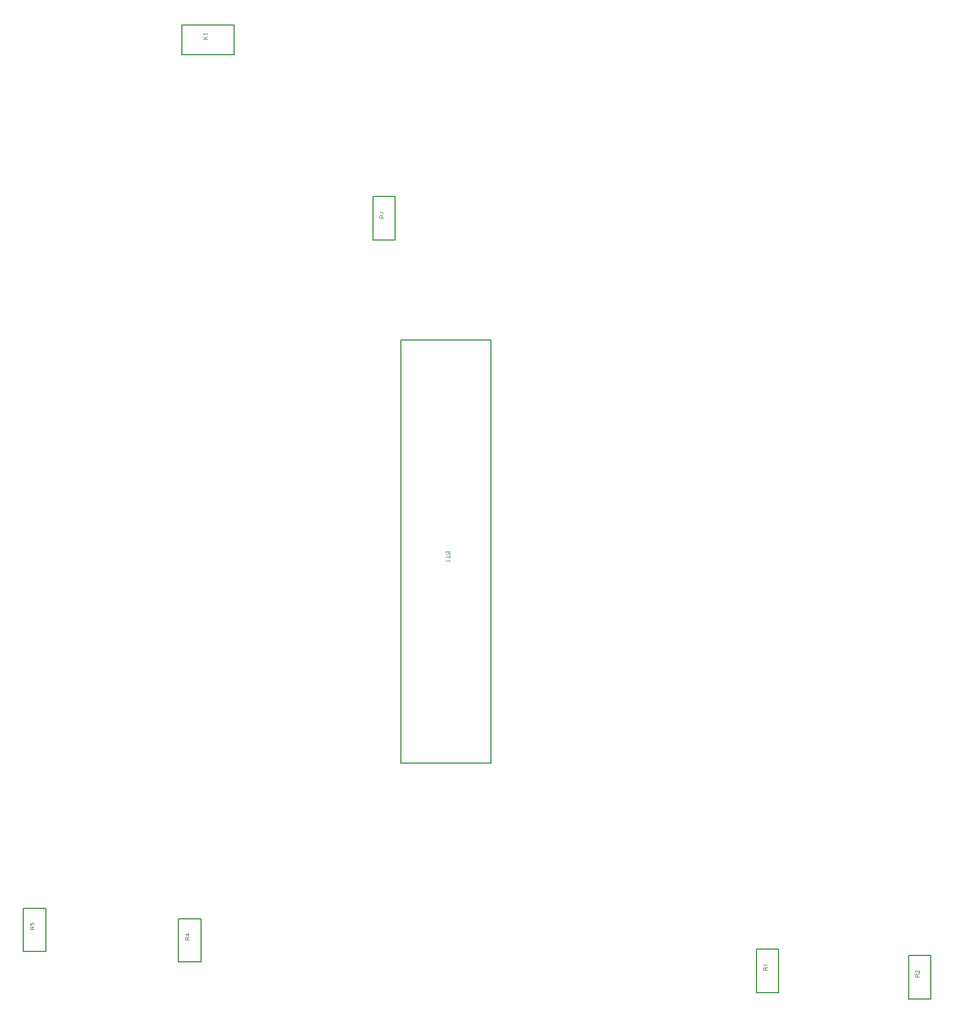
<source format=gbr>
%TF.GenerationSoftware,Altium Limited,Altium Designer,19.0.15 (446)*%
G04 Layer_Color=8388736*
%FSLAX26Y26*%
%MOIN*%
%TF.FileFunction,Other,Mechanical_10*%
%TF.Part,Single*%
G01*
G75*
%TA.AperFunction,NonConductor*%
%ADD50C,0.007874*%
G36*
X5016024Y317651D02*
X4996332D01*
X4996368Y317614D01*
X4996514Y317432D01*
X4996732Y317214D01*
X4996987Y316850D01*
X4997314Y316450D01*
X4997678Y315940D01*
X4998079Y315358D01*
X4998479Y314702D01*
Y314666D01*
X4998516Y314630D01*
X4998661Y314411D01*
X4998843Y314047D01*
X4999062Y313610D01*
X4999316Y313101D01*
X4999571Y312555D01*
X4999826Y312009D01*
X5000044Y311463D01*
X4997060D01*
Y311499D01*
X4996987Y311572D01*
X4996950Y311718D01*
X4996841Y311900D01*
X4996732Y312118D01*
X4996586Y312373D01*
X4996222Y312992D01*
X4995822Y313720D01*
X4995312Y314448D01*
X4994730Y315212D01*
X4994111Y315976D01*
X4994075Y316013D01*
X4994038Y316049D01*
X4993929Y316158D01*
X4993820Y316304D01*
X4993456Y316632D01*
X4993019Y317068D01*
X4992510Y317505D01*
X4991927Y317978D01*
X4991345Y318379D01*
X4990726Y318743D01*
Y320745D01*
X5016024D01*
Y317651D01*
D02*
G37*
G36*
Y302982D02*
X5010782Y299669D01*
X5010746D01*
X5010673Y299596D01*
X5010564Y299524D01*
X5010418Y299414D01*
X5010018Y299160D01*
X5009508Y298832D01*
X5008962Y298432D01*
X5008380Y298031D01*
X5007834Y297631D01*
X5007324Y297267D01*
X5007288Y297230D01*
X5007142Y297121D01*
X5006924Y296939D01*
X5006669Y296684D01*
X5006123Y296138D01*
X5005868Y295847D01*
X5005650Y295556D01*
X5005614Y295520D01*
X5005577Y295447D01*
X5005504Y295301D01*
X5005395Y295083D01*
X5005286Y294864D01*
X5005177Y294610D01*
X5004995Y294027D01*
Y293991D01*
X5004958Y293918D01*
Y293772D01*
X5004922Y293590D01*
X5004886Y293336D01*
Y293044D01*
X5004849Y292644D01*
Y288349D01*
X5016024D01*
Y285000D01*
X4990835D01*
Y296684D01*
X4990872Y296976D01*
Y297303D01*
X4990908Y298068D01*
X4991017Y298868D01*
X4991126Y299742D01*
X4991308Y300543D01*
X4991418Y300943D01*
X4991527Y301271D01*
Y301307D01*
X4991563Y301344D01*
X4991672Y301562D01*
X4991818Y301890D01*
X4992073Y302290D01*
X4992400Y302727D01*
X4992837Y303200D01*
X4993347Y303637D01*
X4993929Y304074D01*
X4993966D01*
X4994002Y304110D01*
X4994220Y304256D01*
X4994584Y304401D01*
X4995058Y304620D01*
X4995604Y304802D01*
X4996259Y304984D01*
X4996950Y305093D01*
X4997715Y305129D01*
X4997751D01*
X4997824D01*
X4997970D01*
X4998152Y305093D01*
X4998406D01*
X4998661Y305056D01*
X4999280Y304911D01*
X5000008Y304692D01*
X5000772Y304401D01*
X5001537Y303964D01*
X5001901Y303673D01*
X5002265Y303382D01*
X5002301Y303346D01*
X5002338Y303309D01*
X5002447Y303200D01*
X5002556Y303054D01*
X5002702Y302872D01*
X5002847Y302654D01*
X5003029Y302363D01*
X5003248Y302072D01*
X5003430Y301708D01*
X5003612Y301307D01*
X5003830Y300870D01*
X5004012Y300397D01*
X5004158Y299851D01*
X5004340Y299305D01*
X5004449Y298686D01*
X5004558Y298031D01*
X5004594Y298104D01*
X5004667Y298250D01*
X5004813Y298468D01*
X5004958Y298759D01*
X5005359Y299414D01*
X5005614Y299742D01*
X5005832Y300033D01*
X5005905Y300106D01*
X5006087Y300288D01*
X5006378Y300579D01*
X5006742Y300943D01*
X5007252Y301344D01*
X5007798Y301817D01*
X5008453Y302290D01*
X5009181Y302800D01*
X5016024Y307131D01*
Y302982D01*
D02*
G37*
G36*
X5888252Y271140D02*
X5888216D01*
X5888070D01*
X5887852D01*
X5887561Y271176D01*
X5887233Y271213D01*
X5886869Y271286D01*
X5886505Y271358D01*
X5886105Y271504D01*
X5886068D01*
X5886032Y271540D01*
X5885814Y271613D01*
X5885486Y271759D01*
X5885049Y271977D01*
X5884539Y272268D01*
X5883957Y272632D01*
X5883375Y273033D01*
X5882756Y273542D01*
X5882720D01*
X5882683Y273615D01*
X5882465Y273797D01*
X5882137Y274125D01*
X5881664Y274598D01*
X5881118Y275144D01*
X5880463Y275836D01*
X5879735Y276673D01*
X5878970Y277583D01*
X5878934Y277619D01*
X5878825Y277765D01*
X5878643Y277983D01*
X5878424Y278238D01*
X5878133Y278566D01*
X5877806Y278966D01*
X5877441Y279366D01*
X5877041Y279840D01*
X5876167Y280750D01*
X5875294Y281660D01*
X5874857Y282096D01*
X5874420Y282497D01*
X5874020Y282861D01*
X5873619Y283152D01*
X5873583D01*
X5873547Y283225D01*
X5873438Y283298D01*
X5873292Y283370D01*
X5872891Y283625D01*
X5872418Y283916D01*
X5871836Y284171D01*
X5871217Y284426D01*
X5870525Y284572D01*
X5869870Y284644D01*
X5869834D01*
X5869797D01*
X5869579Y284608D01*
X5869215Y284572D01*
X5868815Y284462D01*
X5868305Y284317D01*
X5867796Y284062D01*
X5867286Y283734D01*
X5866776Y283298D01*
X5866703Y283225D01*
X5866558Y283043D01*
X5866376Y282788D01*
X5866121Y282388D01*
X5865903Y281878D01*
X5865684Y281296D01*
X5865539Y280604D01*
X5865502Y279840D01*
Y279621D01*
X5865539Y279476D01*
X5865575Y279039D01*
X5865684Y278529D01*
X5865830Y277983D01*
X5866085Y277364D01*
X5866412Y276782D01*
X5866849Y276236D01*
X5866922Y276163D01*
X5867104Y276018D01*
X5867395Y275799D01*
X5867832Y275581D01*
X5868342Y275326D01*
X5868997Y275108D01*
X5869725Y274962D01*
X5870562Y274889D01*
X5870234Y271722D01*
X5870198D01*
X5870089Y271759D01*
X5869907D01*
X5869652Y271795D01*
X5869361Y271868D01*
X5869033Y271941D01*
X5868633Y272050D01*
X5868232Y272159D01*
X5867359Y272450D01*
X5866485Y272887D01*
X5866048Y273142D01*
X5865611Y273470D01*
X5865211Y273797D01*
X5864847Y274161D01*
X5864811Y274198D01*
X5864774Y274270D01*
X5864665Y274380D01*
X5864556Y274562D01*
X5864410Y274780D01*
X5864265Y275035D01*
X5864083Y275326D01*
X5863901Y275690D01*
X5863719Y276090D01*
X5863537Y276527D01*
X5863391Y277000D01*
X5863245Y277510D01*
X5863136Y278056D01*
X5863027Y278638D01*
X5862991Y279257D01*
X5862954Y279912D01*
Y280276D01*
X5862991Y280531D01*
X5863027Y280822D01*
X5863064Y281186D01*
X5863136Y281587D01*
X5863209Y281987D01*
X5863464Y282934D01*
X5863828Y283880D01*
X5864046Y284353D01*
X5864301Y284826D01*
X5864629Y285263D01*
X5864993Y285664D01*
X5865029Y285700D01*
X5865065Y285773D01*
X5865211Y285846D01*
X5865357Y285991D01*
X5865539Y286173D01*
X5865793Y286355D01*
X5866048Y286537D01*
X5866376Y286756D01*
X5867068Y287120D01*
X5867941Y287484D01*
X5868378Y287629D01*
X5868887Y287702D01*
X5869397Y287775D01*
X5869943Y287811D01*
X5870016D01*
X5870198D01*
X5870489Y287775D01*
X5870890Y287738D01*
X5871326Y287666D01*
X5871836Y287520D01*
X5872382Y287374D01*
X5872928Y287156D01*
X5873001Y287120D01*
X5873183Y287047D01*
X5873474Y286901D01*
X5873874Y286683D01*
X5874311Y286392D01*
X5874857Y286028D01*
X5875403Y285591D01*
X5876022Y285081D01*
X5876095Y285008D01*
X5876313Y284826D01*
X5876495Y284644D01*
X5876677Y284462D01*
X5876895Y284244D01*
X5877187Y283953D01*
X5877478Y283662D01*
X5877806Y283298D01*
X5878169Y282934D01*
X5878570Y282497D01*
X5878970Y282024D01*
X5879444Y281514D01*
X5879917Y280932D01*
X5880426Y280349D01*
X5880463Y280313D01*
X5880535Y280240D01*
X5880645Y280094D01*
X5880790Y279912D01*
X5881009Y279694D01*
X5881227Y279439D01*
X5881700Y278857D01*
X5882246Y278238D01*
X5882792Y277656D01*
X5883266Y277146D01*
X5883448Y276928D01*
X5883630Y276746D01*
X5883666Y276709D01*
X5883775Y276600D01*
X5883921Y276454D01*
X5884139Y276272D01*
X5884394Y276090D01*
X5884649Y275872D01*
X5885267Y275435D01*
Y287848D01*
X5888252D01*
Y271140D01*
D02*
G37*
G36*
Y265462D02*
X5883011Y262149D01*
X5882974D01*
X5882901Y262076D01*
X5882792Y262004D01*
X5882647Y261894D01*
X5882246Y261640D01*
X5881737Y261312D01*
X5881191Y260912D01*
X5880608Y260511D01*
X5880062Y260111D01*
X5879553Y259747D01*
X5879516Y259710D01*
X5879371Y259601D01*
X5879152Y259419D01*
X5878898Y259164D01*
X5878351Y258618D01*
X5878097Y258327D01*
X5877878Y258036D01*
X5877842Y258000D01*
X5877806Y257927D01*
X5877733Y257781D01*
X5877623Y257563D01*
X5877514Y257344D01*
X5877405Y257090D01*
X5877223Y256507D01*
Y256471D01*
X5877187Y256398D01*
Y256252D01*
X5877150Y256070D01*
X5877114Y255816D01*
Y255524D01*
X5877078Y255124D01*
Y250829D01*
X5888252D01*
Y247480D01*
X5863064D01*
Y259164D01*
X5863100Y259456D01*
Y259783D01*
X5863136Y260548D01*
X5863245Y261348D01*
X5863355Y262222D01*
X5863537Y263023D01*
X5863646Y263423D01*
X5863755Y263751D01*
Y263787D01*
X5863792Y263824D01*
X5863901Y264042D01*
X5864046Y264370D01*
X5864301Y264770D01*
X5864629Y265207D01*
X5865065Y265680D01*
X5865575Y266117D01*
X5866158Y266554D01*
X5866194D01*
X5866230Y266590D01*
X5866449Y266736D01*
X5866813Y266881D01*
X5867286Y267100D01*
X5867832Y267282D01*
X5868487Y267464D01*
X5869179Y267573D01*
X5869943Y267609D01*
X5869980D01*
X5870052D01*
X5870198D01*
X5870380Y267573D01*
X5870635D01*
X5870890Y267536D01*
X5871508Y267391D01*
X5872236Y267172D01*
X5873001Y266881D01*
X5873765Y266444D01*
X5874129Y266153D01*
X5874493Y265862D01*
X5874529Y265826D01*
X5874566Y265789D01*
X5874675Y265680D01*
X5874784Y265534D01*
X5874930Y265352D01*
X5875075Y265134D01*
X5875257Y264843D01*
X5875476Y264552D01*
X5875658Y264188D01*
X5875840Y263787D01*
X5876058Y263350D01*
X5876240Y262877D01*
X5876386Y262331D01*
X5876568Y261785D01*
X5876677Y261166D01*
X5876786Y260511D01*
X5876823Y260584D01*
X5876895Y260730D01*
X5877041Y260948D01*
X5877187Y261239D01*
X5877587Y261894D01*
X5877842Y262222D01*
X5878060Y262513D01*
X5878133Y262586D01*
X5878315Y262768D01*
X5878606Y263059D01*
X5878970Y263423D01*
X5879480Y263824D01*
X5880026Y264297D01*
X5880681Y264770D01*
X5881409Y265280D01*
X5888252Y269611D01*
Y265462D01*
D02*
G37*
G36*
X1693958Y497092D02*
X1700000D01*
Y493998D01*
X1693958D01*
Y483041D01*
X1691118D01*
X1674811Y494580D01*
Y497092D01*
X1691118D01*
Y500513D01*
X1693958D01*
Y497092D01*
D02*
G37*
G36*
X1700000Y477982D02*
X1694758Y474669D01*
X1694722D01*
X1694649Y474596D01*
X1694540Y474524D01*
X1694394Y474414D01*
X1693994Y474160D01*
X1693484Y473832D01*
X1692938Y473432D01*
X1692356Y473031D01*
X1691810Y472631D01*
X1691300Y472267D01*
X1691264Y472230D01*
X1691118Y472121D01*
X1690900Y471939D01*
X1690645Y471684D01*
X1690099Y471138D01*
X1689844Y470847D01*
X1689626Y470556D01*
X1689590Y470520D01*
X1689553Y470447D01*
X1689480Y470301D01*
X1689371Y470083D01*
X1689262Y469864D01*
X1689153Y469610D01*
X1688971Y469027D01*
Y468991D01*
X1688934Y468918D01*
Y468772D01*
X1688898Y468590D01*
X1688862Y468336D01*
Y468044D01*
X1688825Y467644D01*
Y463349D01*
X1700000D01*
Y460000D01*
X1674811D01*
Y471684D01*
X1674848Y471976D01*
Y472303D01*
X1674884Y473068D01*
X1674993Y473868D01*
X1675102Y474742D01*
X1675284Y475543D01*
X1675394Y475943D01*
X1675503Y476271D01*
Y476307D01*
X1675539Y476344D01*
X1675648Y476562D01*
X1675794Y476890D01*
X1676049Y477290D01*
X1676376Y477727D01*
X1676813Y478200D01*
X1677323Y478637D01*
X1677905Y479074D01*
X1677942D01*
X1677978Y479110D01*
X1678196Y479256D01*
X1678560Y479401D01*
X1679034Y479620D01*
X1679580Y479802D01*
X1680235Y479984D01*
X1680926Y480093D01*
X1681691Y480129D01*
X1681727D01*
X1681800D01*
X1681946D01*
X1682128Y480093D01*
X1682382D01*
X1682637Y480056D01*
X1683256Y479911D01*
X1683984Y479692D01*
X1684748Y479401D01*
X1685513Y478964D01*
X1685877Y478673D01*
X1686241Y478382D01*
X1686277Y478346D01*
X1686314Y478309D01*
X1686423Y478200D01*
X1686532Y478054D01*
X1686678Y477872D01*
X1686823Y477654D01*
X1687005Y477363D01*
X1687224Y477072D01*
X1687406Y476708D01*
X1687588Y476307D01*
X1687806Y475870D01*
X1687988Y475397D01*
X1688134Y474851D01*
X1688316Y474305D01*
X1688425Y473686D01*
X1688534Y473031D01*
X1688570Y473104D01*
X1688643Y473250D01*
X1688789Y473468D01*
X1688934Y473759D01*
X1689335Y474414D01*
X1689590Y474742D01*
X1689808Y475033D01*
X1689881Y475106D01*
X1690063Y475288D01*
X1690354Y475579D01*
X1690718Y475943D01*
X1691228Y476344D01*
X1691774Y476817D01*
X1692429Y477290D01*
X1693157Y477800D01*
X1700000Y482131D01*
Y477982D01*
D02*
G37*
G36*
X802065Y560768D02*
X802356Y560732D01*
X802684Y560695D01*
X803084Y560622D01*
X803484Y560550D01*
X804431Y560331D01*
X805414Y559967D01*
X805923Y559749D01*
X806396Y559458D01*
X806906Y559166D01*
X807379Y558802D01*
X807416Y558766D01*
X807525Y558693D01*
X807670Y558548D01*
X807852Y558366D01*
X808071Y558111D01*
X808362Y557820D01*
X808617Y557456D01*
X808908Y557055D01*
X809199Y556618D01*
X809454Y556109D01*
X809709Y555563D01*
X809964Y554980D01*
X810146Y554362D01*
X810291Y553670D01*
X810400Y552942D01*
X810437Y552178D01*
Y551850D01*
X810400Y551595D01*
X810364Y551304D01*
X810328Y550976D01*
X810291Y550576D01*
X810182Y550176D01*
X809964Y549266D01*
X809636Y548356D01*
X809418Y547882D01*
X809163Y547409D01*
X808872Y546972D01*
X808544Y546536D01*
X808508Y546499D01*
X808471Y546426D01*
X808326Y546354D01*
X808180Y546208D01*
X807998Y546026D01*
X807780Y545844D01*
X807488Y545626D01*
X807161Y545444D01*
X806833Y545225D01*
X806433Y545007D01*
X805559Y544606D01*
X804540Y544279D01*
X803994Y544170D01*
X803412Y544097D01*
X803157Y547336D01*
X803193D01*
X803266D01*
X803375Y547373D01*
X803557Y547409D01*
X803958Y547518D01*
X804504Y547664D01*
X805050Y547882D01*
X805668Y548174D01*
X806214Y548538D01*
X806724Y548974D01*
X806760Y549047D01*
X806906Y549193D01*
X807088Y549484D01*
X807306Y549884D01*
X807525Y550321D01*
X807707Y550867D01*
X807852Y551486D01*
X807889Y552178D01*
Y552396D01*
X807852Y552542D01*
X807816Y552978D01*
X807670Y553488D01*
X807488Y554107D01*
X807197Y554726D01*
X806760Y555381D01*
X806506Y555672D01*
X806214Y555963D01*
X806178Y556000D01*
X806142Y556036D01*
X806032Y556109D01*
X805923Y556218D01*
X805523Y556473D01*
X805013Y556764D01*
X804394Y557019D01*
X803630Y557274D01*
X802720Y557456D01*
X802247Y557528D01*
X801737D01*
X801701D01*
X801628D01*
X801482D01*
X801300Y557492D01*
X801082D01*
X800827Y557456D01*
X800245Y557346D01*
X799553Y557164D01*
X798862Y556910D01*
X798206Y556546D01*
X797588Y556036D01*
X797551D01*
X797515Y555963D01*
X797333Y555781D01*
X797078Y555454D01*
X796787Y555017D01*
X796532Y554434D01*
X796277Y553779D01*
X796095Y553015D01*
X796022Y552578D01*
Y551886D01*
X796059Y551595D01*
X796095Y551231D01*
X796204Y550794D01*
X796314Y550358D01*
X796496Y549884D01*
X796714Y549411D01*
X796750Y549375D01*
X796823Y549229D01*
X797005Y549011D01*
X797187Y548720D01*
X797442Y548428D01*
X797770Y548137D01*
X798097Y547810D01*
X798498Y547555D01*
X798097Y544643D01*
X785139Y547082D01*
Y559603D01*
X788087D01*
Y549520D01*
X794894Y548174D01*
X794858Y548210D01*
X794821Y548283D01*
X794748Y548392D01*
X794639Y548574D01*
X794530Y548792D01*
X794384Y549047D01*
X794093Y549630D01*
X793802Y550358D01*
X793547Y551158D01*
X793365Y552032D01*
X793292Y552469D01*
Y553270D01*
X793329Y553488D01*
X793365Y553779D01*
X793402Y554107D01*
X793474Y554471D01*
X793584Y554871D01*
X793838Y555745D01*
X794020Y556218D01*
X794275Y556691D01*
X794530Y557164D01*
X794821Y557638D01*
X795185Y558074D01*
X795586Y558511D01*
X795622Y558548D01*
X795695Y558620D01*
X795804Y558730D01*
X795986Y558875D01*
X796241Y559057D01*
X796496Y559239D01*
X796823Y559458D01*
X797187Y559676D01*
X797588Y559858D01*
X798024Y560076D01*
X798534Y560258D01*
X799044Y560440D01*
X799590Y560586D01*
X800208Y560695D01*
X800827Y560768D01*
X801482Y560804D01*
X801519D01*
X801628D01*
X801810D01*
X802065Y560768D01*
D02*
G37*
G36*
X810000Y537982D02*
X804758Y534669D01*
X804722D01*
X804649Y534596D01*
X804540Y534524D01*
X804394Y534414D01*
X803994Y534160D01*
X803484Y533832D01*
X802938Y533432D01*
X802356Y533031D01*
X801810Y532631D01*
X801300Y532267D01*
X801264Y532230D01*
X801118Y532121D01*
X800900Y531939D01*
X800645Y531684D01*
X800099Y531138D01*
X799844Y530847D01*
X799626Y530556D01*
X799590Y530520D01*
X799553Y530447D01*
X799480Y530301D01*
X799371Y530083D01*
X799262Y529864D01*
X799153Y529610D01*
X798971Y529027D01*
Y528991D01*
X798934Y528918D01*
Y528772D01*
X798898Y528590D01*
X798862Y528336D01*
Y528044D01*
X798825Y527644D01*
Y523349D01*
X810000D01*
Y520000D01*
X784811D01*
Y531684D01*
X784848Y531976D01*
Y532303D01*
X784884Y533068D01*
X784993Y533868D01*
X785102Y534742D01*
X785284Y535543D01*
X785394Y535943D01*
X785503Y536271D01*
Y536307D01*
X785539Y536344D01*
X785648Y536562D01*
X785794Y536890D01*
X786049Y537290D01*
X786376Y537727D01*
X786813Y538200D01*
X787323Y538637D01*
X787905Y539074D01*
X787942D01*
X787978Y539110D01*
X788196Y539256D01*
X788560Y539401D01*
X789034Y539620D01*
X789580Y539802D01*
X790235Y539984D01*
X790926Y540093D01*
X791691Y540129D01*
X791727D01*
X791800D01*
X791946D01*
X792128Y540093D01*
X792382D01*
X792637Y540056D01*
X793256Y539911D01*
X793984Y539692D01*
X794748Y539401D01*
X795513Y538964D01*
X795877Y538673D01*
X796241Y538382D01*
X796277Y538346D01*
X796314Y538309D01*
X796423Y538200D01*
X796532Y538054D01*
X796678Y537872D01*
X796823Y537654D01*
X797005Y537363D01*
X797224Y537072D01*
X797406Y536708D01*
X797588Y536307D01*
X797806Y535870D01*
X797988Y535397D01*
X798134Y534851D01*
X798316Y534305D01*
X798425Y533686D01*
X798534Y533031D01*
X798570Y533104D01*
X798643Y533250D01*
X798789Y533468D01*
X798934Y533759D01*
X799335Y534414D01*
X799590Y534742D01*
X799808Y535033D01*
X799881Y535106D01*
X800063Y535288D01*
X800354Y535579D01*
X800718Y535943D01*
X801228Y536344D01*
X801774Y536817D01*
X802429Y537290D01*
X803157Y537800D01*
X810000Y542131D01*
Y537982D01*
D02*
G37*
G36*
X2792614Y4640586D02*
X2792687Y4640513D01*
X2792832Y4640368D01*
X2793051Y4640222D01*
X2793306Y4640004D01*
X2793597Y4639712D01*
X2793961Y4639421D01*
X2794398Y4639094D01*
X2794834Y4638766D01*
X2795344Y4638366D01*
X2795926Y4637965D01*
X2796509Y4637565D01*
X2797164Y4637128D01*
X2797856Y4636691D01*
X2798620Y4636254D01*
X2799384Y4635818D01*
X2799421Y4635781D01*
X2799566Y4635708D01*
X2799785Y4635599D01*
X2800112Y4635417D01*
X2800513Y4635235D01*
X2800950Y4635017D01*
X2801459Y4634762D01*
X2802042Y4634507D01*
X2802697Y4634216D01*
X2803352Y4633888D01*
X2804080Y4633597D01*
X2804844Y4633306D01*
X2806410Y4632724D01*
X2808084Y4632178D01*
X2808120D01*
X2808230Y4632141D01*
X2808412Y4632105D01*
X2808630Y4632032D01*
X2808921Y4631959D01*
X2809285Y4631886D01*
X2809686Y4631777D01*
X2810122Y4631704D01*
X2810632Y4631595D01*
X2811178Y4631486D01*
X2812343Y4631304D01*
X2813617Y4631122D01*
X2815000Y4631013D01*
Y4627846D01*
X2814964D01*
X2814854D01*
X2814709D01*
X2814490Y4627882D01*
X2814199D01*
X2813835Y4627919D01*
X2813435Y4627955D01*
X2812998Y4627992D01*
X2812488Y4628064D01*
X2811979Y4628137D01*
X2811360Y4628246D01*
X2810741Y4628356D01*
X2810086Y4628465D01*
X2809358Y4628610D01*
X2807866Y4628974D01*
X2807829D01*
X2807684Y4629011D01*
X2807465Y4629084D01*
X2807138Y4629193D01*
X2806774Y4629302D01*
X2806337Y4629448D01*
X2805827Y4629593D01*
X2805281Y4629812D01*
X2804662Y4630030D01*
X2804044Y4630248D01*
X2802660Y4630794D01*
X2801204Y4631450D01*
X2799748Y4632178D01*
X2799712Y4632214D01*
X2799566Y4632287D01*
X2799384Y4632396D01*
X2799093Y4632542D01*
X2798766Y4632724D01*
X2798365Y4632978D01*
X2797928Y4633233D01*
X2797455Y4633524D01*
X2796400Y4634216D01*
X2795308Y4634944D01*
X2794179Y4635781D01*
X2793124Y4636655D01*
Y4624315D01*
X2790139D01*
Y4640622D01*
X2792578D01*
X2792614Y4640586D01*
D02*
G37*
G36*
X2815000Y4617982D02*
X2809758Y4614669D01*
X2809722D01*
X2809649Y4614596D01*
X2809540Y4614524D01*
X2809394Y4614414D01*
X2808994Y4614160D01*
X2808484Y4613832D01*
X2807938Y4613432D01*
X2807356Y4613031D01*
X2806810Y4612631D01*
X2806300Y4612267D01*
X2806264Y4612230D01*
X2806118Y4612121D01*
X2805900Y4611939D01*
X2805645Y4611684D01*
X2805099Y4611138D01*
X2804844Y4610847D01*
X2804626Y4610556D01*
X2804590Y4610520D01*
X2804553Y4610447D01*
X2804480Y4610301D01*
X2804371Y4610083D01*
X2804262Y4609864D01*
X2804153Y4609610D01*
X2803971Y4609027D01*
Y4608991D01*
X2803934Y4608918D01*
Y4608772D01*
X2803898Y4608590D01*
X2803862Y4608336D01*
Y4608044D01*
X2803825Y4607644D01*
Y4603349D01*
X2815000D01*
Y4600000D01*
X2789811D01*
Y4611684D01*
X2789848Y4611976D01*
Y4612303D01*
X2789884Y4613068D01*
X2789993Y4613868D01*
X2790102Y4614742D01*
X2790284Y4615543D01*
X2790394Y4615943D01*
X2790503Y4616271D01*
Y4616307D01*
X2790539Y4616344D01*
X2790648Y4616562D01*
X2790794Y4616890D01*
X2791049Y4617290D01*
X2791376Y4617727D01*
X2791813Y4618200D01*
X2792323Y4618637D01*
X2792905Y4619074D01*
X2792942D01*
X2792978Y4619110D01*
X2793196Y4619256D01*
X2793560Y4619401D01*
X2794034Y4619620D01*
X2794580Y4619802D01*
X2795235Y4619984D01*
X2795926Y4620093D01*
X2796691Y4620129D01*
X2796727D01*
X2796800D01*
X2796946D01*
X2797128Y4620093D01*
X2797382D01*
X2797637Y4620056D01*
X2798256Y4619911D01*
X2798984Y4619692D01*
X2799748Y4619401D01*
X2800513Y4618964D01*
X2800877Y4618673D01*
X2801241Y4618382D01*
X2801277Y4618346D01*
X2801314Y4618309D01*
X2801423Y4618200D01*
X2801532Y4618054D01*
X2801678Y4617872D01*
X2801823Y4617654D01*
X2802005Y4617363D01*
X2802224Y4617072D01*
X2802406Y4616708D01*
X2802588Y4616307D01*
X2802806Y4615870D01*
X2802988Y4615397D01*
X2803134Y4614851D01*
X2803316Y4614305D01*
X2803425Y4613686D01*
X2803534Y4613031D01*
X2803570Y4613104D01*
X2803643Y4613250D01*
X2803789Y4613468D01*
X2803934Y4613759D01*
X2804335Y4614414D01*
X2804590Y4614742D01*
X2804808Y4615033D01*
X2804881Y4615106D01*
X2805063Y4615288D01*
X2805354Y4615579D01*
X2805718Y4615943D01*
X2806228Y4616344D01*
X2806774Y4616817D01*
X2807429Y4617290D01*
X2808157Y4617800D01*
X2815000Y4622131D01*
Y4617982D01*
D02*
G37*
G36*
X3195189Y2680099D02*
X3195152Y2679844D01*
Y2679553D01*
X3195080Y2678898D01*
X3195007Y2678170D01*
X3194861Y2677406D01*
X3194679Y2676641D01*
X3194424Y2675950D01*
Y2675913D01*
X3194388Y2675877D01*
X3194279Y2675658D01*
X3194097Y2675331D01*
X3193842Y2674967D01*
X3193514Y2674530D01*
X3193114Y2674057D01*
X3192604Y2673620D01*
X3192058Y2673220D01*
X3191986Y2673183D01*
X3191767Y2673074D01*
X3191476Y2672892D01*
X3191039Y2672710D01*
X3190530Y2672528D01*
X3189984Y2672346D01*
X3189365Y2672237D01*
X3188746Y2672200D01*
X3188673D01*
X3188491D01*
X3188164Y2672237D01*
X3187763Y2672310D01*
X3187290Y2672419D01*
X3186780Y2672601D01*
X3186271Y2672819D01*
X3185725Y2673110D01*
X3185652Y2673147D01*
X3185506Y2673256D01*
X3185215Y2673474D01*
X3184924Y2673766D01*
X3184560Y2674130D01*
X3184160Y2674566D01*
X3183796Y2675112D01*
X3183432Y2675731D01*
Y2675695D01*
X3183395Y2675622D01*
X3183359Y2675513D01*
X3183286Y2675367D01*
X3183140Y2674930D01*
X3182886Y2674421D01*
X3182558Y2673875D01*
X3182158Y2673256D01*
X3181684Y2672710D01*
X3181102Y2672200D01*
X3181029Y2672164D01*
X3180811Y2672018D01*
X3180483Y2671800D01*
X3180046Y2671582D01*
X3179464Y2671363D01*
X3178845Y2671145D01*
X3178117Y2670999D01*
X3177316Y2670963D01*
X3177280D01*
X3177244D01*
X3177025D01*
X3176661Y2670999D01*
X3176224Y2671072D01*
X3175715Y2671145D01*
X3175169Y2671290D01*
X3174586Y2671472D01*
X3174004Y2671727D01*
X3173931Y2671764D01*
X3173749Y2671873D01*
X3173494Y2672018D01*
X3173130Y2672237D01*
X3172766Y2672528D01*
X3172366Y2672819D01*
X3171966Y2673183D01*
X3171638Y2673584D01*
X3171602Y2673620D01*
X3171492Y2673766D01*
X3171347Y2674020D01*
X3171201Y2674348D01*
X3170983Y2674748D01*
X3170764Y2675222D01*
X3170582Y2675731D01*
X3170400Y2676350D01*
Y2676423D01*
X3170328Y2676641D01*
X3170291Y2677005D01*
X3170218Y2677478D01*
X3170146Y2678061D01*
X3170073Y2678752D01*
X3170036Y2679517D01*
X3170000Y2680390D01*
Y2690000D01*
X3195189D01*
Y2680099D01*
D02*
G37*
G36*
Y2648322D02*
X3192204D01*
Y2656621D01*
X3170000D01*
Y2659970D01*
X3192204D01*
Y2668269D01*
X3195189D01*
Y2648322D01*
D02*
G37*
G36*
X3188964Y2643736D02*
X3189037Y2643663D01*
X3189074Y2643517D01*
X3189183Y2643335D01*
X3189292Y2643117D01*
X3189438Y2642862D01*
X3189802Y2642243D01*
X3190202Y2641515D01*
X3190712Y2640787D01*
X3191294Y2640023D01*
X3191913Y2639258D01*
X3191949Y2639222D01*
X3191986Y2639186D01*
X3192095Y2639076D01*
X3192204Y2638931D01*
X3192568Y2638603D01*
X3193005Y2638166D01*
X3193514Y2637730D01*
X3194097Y2637256D01*
X3194679Y2636856D01*
X3195298Y2636492D01*
Y2634490D01*
X3170000D01*
Y2637584D01*
X3189692D01*
X3189656Y2637620D01*
X3189510Y2637802D01*
X3189292Y2638021D01*
X3189037Y2638385D01*
X3188710Y2638785D01*
X3188346Y2639295D01*
X3187945Y2639877D01*
X3187545Y2640532D01*
Y2640569D01*
X3187508Y2640605D01*
X3187363Y2640824D01*
X3187181Y2641188D01*
X3186962Y2641624D01*
X3186708Y2642134D01*
X3186453Y2642680D01*
X3186198Y2643226D01*
X3185980Y2643772D01*
X3188964D01*
Y2643736D01*
D02*
G37*
G36*
X1805000Y5655904D02*
X1785308D01*
X1785344Y5655867D01*
X1785490Y5655685D01*
X1785708Y5655467D01*
X1785963Y5655103D01*
X1786290Y5654702D01*
X1786654Y5654193D01*
X1787055Y5653610D01*
X1787455Y5652955D01*
Y5652919D01*
X1787492Y5652882D01*
X1787637Y5652664D01*
X1787819Y5652300D01*
X1788038Y5651863D01*
X1788292Y5651354D01*
X1788547Y5650808D01*
X1788802Y5650262D01*
X1789020Y5649716D01*
X1786036D01*
Y5649752D01*
X1785963Y5649825D01*
X1785926Y5649970D01*
X1785817Y5650152D01*
X1785708Y5650371D01*
X1785562Y5650626D01*
X1785198Y5651244D01*
X1784798Y5651972D01*
X1784288Y5652700D01*
X1783706Y5653465D01*
X1783087Y5654229D01*
X1783051Y5654266D01*
X1783014Y5654302D01*
X1782905Y5654411D01*
X1782796Y5654557D01*
X1782432Y5654884D01*
X1781995Y5655321D01*
X1781486Y5655758D01*
X1780903Y5656231D01*
X1780321Y5656632D01*
X1779702Y5656996D01*
Y5658998D01*
X1805000D01*
Y5655904D01*
D02*
G37*
G36*
Y5641416D02*
X1792296Y5632462D01*
X1796264Y5628349D01*
X1805000D01*
Y5625000D01*
X1779811D01*
Y5628349D01*
X1792333D01*
X1779811Y5640798D01*
Y5645348D01*
X1790040Y5634792D01*
X1805000Y5645821D01*
Y5641416D01*
D02*
G37*
%LPC*%
G36*
X4997751Y301708D02*
X4997715D01*
X4997678D01*
X4997460Y301671D01*
X4997132Y301635D01*
X4996696Y301562D01*
X4996259Y301380D01*
X4995749Y301162D01*
X4995276Y300834D01*
X4994803Y300397D01*
X4994766Y300324D01*
X4994621Y300142D01*
X4994439Y299851D01*
X4994220Y299378D01*
X4994002Y298832D01*
X4993820Y298104D01*
X4993674Y297267D01*
X4993638Y296284D01*
Y288349D01*
X5001974D01*
Y295847D01*
X5001937Y296284D01*
X5001901Y296794D01*
X5001864Y297376D01*
X5001792Y297958D01*
X5001682Y298541D01*
X5001537Y299050D01*
X5001500Y299123D01*
X5001428Y299269D01*
X5001318Y299487D01*
X5001173Y299778D01*
X5000954Y300106D01*
X5000700Y300434D01*
X5000372Y300761D01*
X5000008Y301016D01*
X4999972Y301052D01*
X4999826Y301125D01*
X4999608Y301234D01*
X4999316Y301380D01*
X4998989Y301489D01*
X4998625Y301598D01*
X4998188Y301671D01*
X4997751Y301708D01*
D02*
G37*
G36*
X5869980Y264188D02*
X5869943D01*
X5869907D01*
X5869688Y264151D01*
X5869361Y264115D01*
X5868924Y264042D01*
X5868487Y263860D01*
X5867977Y263642D01*
X5867504Y263314D01*
X5867031Y262877D01*
X5866995Y262804D01*
X5866849Y262622D01*
X5866667Y262331D01*
X5866449Y261858D01*
X5866230Y261312D01*
X5866048Y260584D01*
X5865903Y259747D01*
X5865866Y258764D01*
Y250829D01*
X5874202D01*
Y258327D01*
X5874166Y258764D01*
X5874129Y259274D01*
X5874093Y259856D01*
X5874020Y260438D01*
X5873911Y261021D01*
X5873765Y261530D01*
X5873729Y261603D01*
X5873656Y261749D01*
X5873547Y261967D01*
X5873401Y262258D01*
X5873183Y262586D01*
X5872928Y262914D01*
X5872600Y263241D01*
X5872236Y263496D01*
X5872200Y263532D01*
X5872054Y263605D01*
X5871836Y263714D01*
X5871545Y263860D01*
X5871217Y263969D01*
X5870853Y264078D01*
X5870416Y264151D01*
X5869980Y264188D01*
D02*
G37*
G36*
X1691118Y493998D02*
X1679834D01*
X1691118Y486062D01*
Y493998D01*
D02*
G37*
G36*
X1681727Y476708D02*
X1681691D01*
X1681654D01*
X1681436Y476671D01*
X1681108Y476635D01*
X1680672Y476562D01*
X1680235Y476380D01*
X1679725Y476162D01*
X1679252Y475834D01*
X1678779Y475397D01*
X1678742Y475324D01*
X1678597Y475142D01*
X1678415Y474851D01*
X1678196Y474378D01*
X1677978Y473832D01*
X1677796Y473104D01*
X1677650Y472267D01*
X1677614Y471284D01*
Y463349D01*
X1685950D01*
Y470847D01*
X1685913Y471284D01*
X1685877Y471794D01*
X1685840Y472376D01*
X1685768Y472958D01*
X1685658Y473541D01*
X1685513Y474050D01*
X1685476Y474123D01*
X1685404Y474269D01*
X1685294Y474487D01*
X1685149Y474778D01*
X1684930Y475106D01*
X1684676Y475434D01*
X1684348Y475761D01*
X1683984Y476016D01*
X1683948Y476052D01*
X1683802Y476125D01*
X1683584Y476234D01*
X1683292Y476380D01*
X1682965Y476489D01*
X1682601Y476598D01*
X1682164Y476671D01*
X1681727Y476708D01*
D02*
G37*
G36*
X791727Y536708D02*
X791691D01*
X791654D01*
X791436Y536671D01*
X791108Y536635D01*
X790672Y536562D01*
X790235Y536380D01*
X789725Y536162D01*
X789252Y535834D01*
X788779Y535397D01*
X788742Y535324D01*
X788597Y535142D01*
X788415Y534851D01*
X788196Y534378D01*
X787978Y533832D01*
X787796Y533104D01*
X787650Y532267D01*
X787614Y531284D01*
Y523349D01*
X795950D01*
Y530847D01*
X795913Y531284D01*
X795877Y531794D01*
X795840Y532376D01*
X795768Y532958D01*
X795658Y533541D01*
X795513Y534050D01*
X795476Y534123D01*
X795404Y534269D01*
X795294Y534487D01*
X795149Y534778D01*
X794930Y535106D01*
X794676Y535434D01*
X794348Y535761D01*
X793984Y536016D01*
X793948Y536052D01*
X793802Y536125D01*
X793584Y536234D01*
X793292Y536380D01*
X792965Y536489D01*
X792601Y536598D01*
X792164Y536671D01*
X791727Y536708D01*
D02*
G37*
G36*
X2796727Y4616708D02*
X2796691D01*
X2796654D01*
X2796436Y4616671D01*
X2796108Y4616635D01*
X2795672Y4616562D01*
X2795235Y4616380D01*
X2794725Y4616162D01*
X2794252Y4615834D01*
X2793779Y4615397D01*
X2793742Y4615324D01*
X2793597Y4615142D01*
X2793415Y4614851D01*
X2793196Y4614378D01*
X2792978Y4613832D01*
X2792796Y4613104D01*
X2792650Y4612267D01*
X2792614Y4611284D01*
Y4603349D01*
X2800950D01*
Y4610847D01*
X2800913Y4611284D01*
X2800877Y4611794D01*
X2800840Y4612376D01*
X2800768Y4612958D01*
X2800658Y4613541D01*
X2800513Y4614050D01*
X2800476Y4614123D01*
X2800404Y4614269D01*
X2800294Y4614487D01*
X2800149Y4614778D01*
X2799930Y4615106D01*
X2799676Y4615434D01*
X2799348Y4615761D01*
X2798984Y4616016D01*
X2798948Y4616052D01*
X2798802Y4616125D01*
X2798584Y4616234D01*
X2798292Y4616380D01*
X2797965Y4616489D01*
X2797601Y4616598D01*
X2797164Y4616671D01*
X2796727Y4616708D01*
D02*
G37*
G36*
X3192204Y2686651D02*
X3184633D01*
Y2680463D01*
X3184669Y2679990D01*
X3184706Y2679480D01*
X3184742Y2678971D01*
X3184815Y2678461D01*
X3184888Y2678061D01*
X3184924Y2677988D01*
X3184960Y2677842D01*
X3185070Y2677624D01*
X3185215Y2677333D01*
X3185361Y2677042D01*
X3185579Y2676714D01*
X3185870Y2676386D01*
X3186162Y2676132D01*
X3186198Y2676095D01*
X3186307Y2676022D01*
X3186526Y2675913D01*
X3186780Y2675804D01*
X3187072Y2675695D01*
X3187436Y2675586D01*
X3187872Y2675513D01*
X3188346Y2675476D01*
X3188418D01*
X3188564D01*
X3188782Y2675513D01*
X3189074Y2675549D01*
X3189438Y2675622D01*
X3189802Y2675731D01*
X3190166Y2675877D01*
X3190530Y2676095D01*
X3190566Y2676132D01*
X3190675Y2676204D01*
X3190857Y2676350D01*
X3191039Y2676532D01*
X3191258Y2676787D01*
X3191476Y2677078D01*
X3191694Y2677442D01*
X3191840Y2677842D01*
Y2677879D01*
X3191913Y2678061D01*
X3191949Y2678316D01*
X3192022Y2678716D01*
X3192095Y2679262D01*
X3192131Y2679881D01*
X3192204Y2680682D01*
Y2686651D01*
D02*
G37*
G36*
X3181648D02*
X3172985D01*
Y2679480D01*
X3173021Y2678716D01*
X3173058Y2678388D01*
X3173094Y2678097D01*
Y2678061D01*
X3173130Y2677915D01*
X3173167Y2677697D01*
X3173240Y2677442D01*
X3173458Y2676823D01*
X3173749Y2676204D01*
X3173786Y2676168D01*
X3173858Y2676059D01*
X3173968Y2675913D01*
X3174113Y2675731D01*
X3174332Y2675549D01*
X3174550Y2675294D01*
X3174841Y2675112D01*
X3175169Y2674894D01*
X3175205Y2674858D01*
X3175314Y2674821D01*
X3175533Y2674748D01*
X3175788Y2674639D01*
X3176079Y2674530D01*
X3176443Y2674457D01*
X3176880Y2674421D01*
X3177316Y2674384D01*
X3177389D01*
X3177535D01*
X3177826Y2674421D01*
X3178154Y2674494D01*
X3178518Y2674566D01*
X3178918Y2674712D01*
X3179318Y2674894D01*
X3179719Y2675149D01*
X3179755Y2675185D01*
X3179901Y2675294D01*
X3180083Y2675440D01*
X3180301Y2675658D01*
X3180556Y2675950D01*
X3180811Y2676314D01*
X3181029Y2676714D01*
X3181211Y2677187D01*
X3181248Y2677260D01*
X3181284Y2677406D01*
X3181357Y2677733D01*
X3181430Y2678134D01*
X3181502Y2678643D01*
X3181575Y2679262D01*
X3181648Y2680026D01*
Y2686651D01*
D02*
G37*
%LPD*%
D50*
X746024Y395984D02*
X873976D01*
Y644016D01*
X746024D01*
Y395984D01*
X1636024Y335984D02*
X1763976D01*
Y584016D01*
X1636024D01*
Y335984D01*
X2911142Y1475630D02*
Y3904370D01*
X3428858D01*
Y1475630D01*
X2911142D01*
X4952048Y160984D02*
Y409016D01*
X5080000D01*
Y160984D01*
X4952048D01*
X5824276Y123464D02*
X5952228D01*
Y371496D01*
X5824276D01*
Y123464D01*
X2877170Y4474838D02*
Y4725162D01*
X2752830D01*
Y4474838D01*
X2877170D01*
X1956574Y5539370D02*
Y5710630D01*
X1653426D01*
Y5539370D01*
X1956574D01*
%TF.MD5,811b1dbc858e0cdc06acf8e180de538a*%
M02*

</source>
